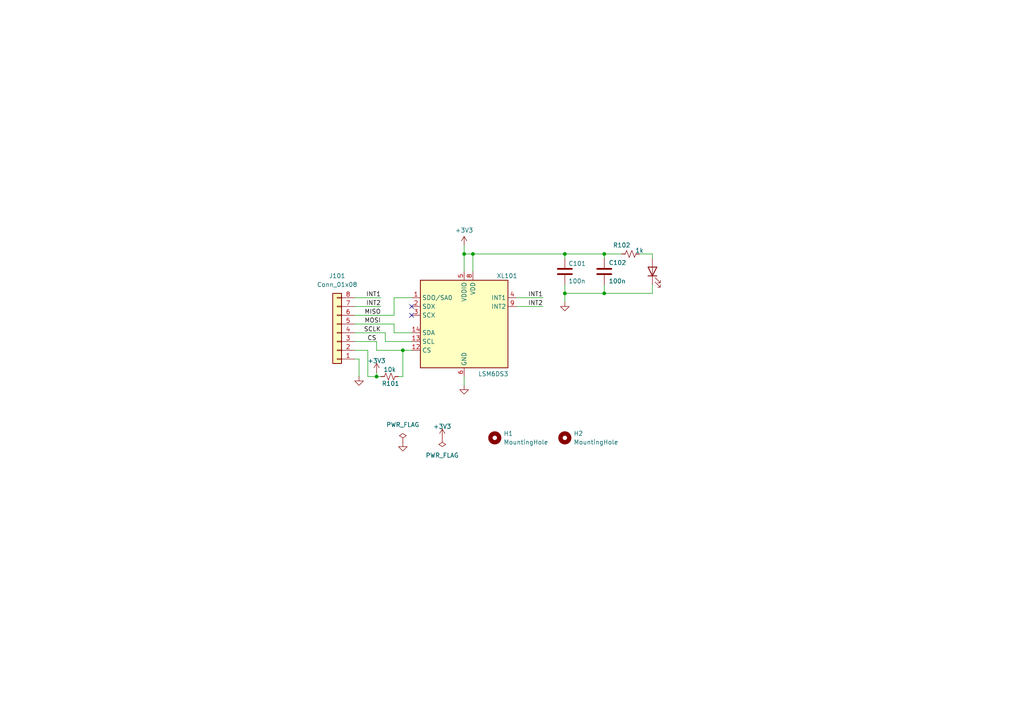
<source format=kicad_sch>
(kicad_sch (version 20231120) (generator "eeschema") (generator_version "8.0")
  (paper "A4")
  (lib_symbols
    (symbol "Connector_Generic:Conn_01x08" (pin_names (offset 1.016) hide)
      (property "Reference" "J" (at 0 10.16 0))
      (property "Value" "Conn_01x08" (at 0 -12.7 0))
      (symbol "Conn_01x08_1_1"
        (rectangle (start -1.27 -10.033) (end 0 -10.287) (stroke (width 0.1524)))
        (rectangle (start -1.27 -7.493) (end 0 -7.747) (stroke (width 0.1524)))
        (rectangle (start -1.27 -4.953) (end 0 -5.207) (stroke (width 0.1524)))
        (rectangle (start -1.27 -2.413) (end 0 -2.667) (stroke (width 0.1524)))
        (rectangle (start -1.27 0.127) (end 0 -0.127) (stroke (width 0.1524)))
        (rectangle (start -1.27 2.667) (end 0 2.413) (stroke (width 0.1524)))
        (rectangle (start -1.27 5.207) (end 0 4.953) (stroke (width 0.1524)))
        (rectangle (start -1.27 7.747) (end 0 7.493) (stroke (width 0.1524)))
        (rectangle (start -1.27 8.89) (end 1.27 -11.43) (stroke (width 0.254)) (fill (type background)))
        (pin passive line (at -5.08 7.62 0) (length 3.81) (name "Pin_1") (number "1"))
        (pin passive line (at -5.08 5.08 0) (length 3.81) (name "Pin_2") (number "2"))
        (pin passive line (at -5.08 2.54 0) (length 3.81) (name "Pin_3") (number "3"))
        (pin passive line (at -5.08 0 0) (length 3.81) (name "Pin_4") (number "4"))
        (pin passive line (at -5.08 -2.54 0) (length 3.81) (name "Pin_5") (number "5"))
        (pin passive line (at -5.08 -5.08 0) (length 3.81) (name "Pin_6") (number "6"))
        (pin passive line (at -5.08 -7.62 0) (length 3.81) (name "Pin_7") (number "7"))
        (pin passive line (at -5.08 -10.16 0) (length 3.81) (name "Pin_8") (number "8"))
      )
    )
    (symbol "Device:C" (pin_numbers hide) (pin_names (offset 0.254))
      (property "Reference" "C" (at 0.635 2.54 0))
      (property "Value" "C" (at 0.635 -2.54 0))
      (symbol "C_0_1"
        (polyline (pts (xy -2.032 -0.762) (xy 2.032 -0.762)) (stroke (width 0.508)))
        (polyline (pts (xy -2.032 0.762) (xy 2.032 0.762)) (stroke (width 0.508)))
      )
      (symbol "C_1_1"
        (pin passive line (at 0 3.81 270) (length 2.794) (name "~") (number "1"))
        (pin passive line (at 0 -3.81 90) (length 2.794) (name "~") (number "2"))
      )
    )
    (symbol "Device:LED" (pin_numbers hide) (pin_names (offset 1.016) hide)
      (property "Reference" "D" (at 0 2.54 0))
      (property "Value" "LED" (at 0 -2.54 0))
      (symbol "LED_0_1"
        (polyline (pts (xy -1.27 -1.27) (xy -1.27 1.27)) (stroke (width 0.254)))
        (polyline (pts (xy -1.27 0) (xy 1.27 0)))
        (polyline (pts (xy 1.27 -1.27) (xy 1.27 1.27) (xy -1.27 0) (xy 1.27 -1.27)) (stroke (width 0.254)))
        (polyline (pts (xy -3.048 -0.762) (xy -4.572 -2.286) (xy -3.81 -2.286) (xy -4.572 -2.286) (xy -4.572 -1.524)))
        (polyline (pts (xy -1.778 -0.762) (xy -3.302 -2.286) (xy -2.54 -2.286) (xy -3.302 -2.286) (xy -3.302 -1.524)))
      )
      (symbol "LED_1_1"
        (pin passive line (at -3.81 0 0) (length 2.54) (name "K") (number "1"))
        (pin passive line (at 3.81 0 180) (length 2.54) (name "A") (number "2"))
      )
    )
    (symbol "Device:R_Small_US" (pin_numbers hide) (pin_names (offset 0.254) hide)
      (property "Reference" "R" (at 0.762 0.508 0))
      (property "Value" "R_Small_US" (at 0.762 -1.016 0))
      (symbol "R_Small_US_1_1"
        (polyline (pts (xy 0 0) (xy 1.016 -0.381) (xy 0 -0.762) (xy -1.016 -1.143) (xy 0 -1.524)))
        (polyline (pts (xy 0 1.524) (xy 1.016 1.143) (xy 0 0.762) (xy -1.016 0.381) (xy 0 0)))
        (pin passive line (at 0 2.54 270) (length 1.016) (name "~") (number "1"))
        (pin passive line (at 0 -2.54 90) (length 1.016) (name "~") (number "2"))
      )
    )
    (symbol "Mechanical:MountingHole" (pin_names (offset 1.016)) (exclude_from_sim yes) (in_bom no)
      (property "Reference" "H" (at 0 5.08 0))
      (property "Value" "MountingHole" (at 0 3.175 0))
      (symbol "MountingHole_0_1"
        (circle (center 0 0) (radius 1.27) (stroke (width 1.27)))
      )
    )
    (symbol "Sensor_Motion:LSM6DS3"
      (property "Reference" "U" (at -11.43 15.24 0))
      (property "Value" "LSM6DS3" (at -11.43 12.7 0))
      (symbol "LSM6DS3_0_1"
        (rectangle (start -12.7 12.7) (end 12.7 -12.7) (stroke (width 0.254)) (fill (type background)))
      )
      (symbol "LSM6DS3_1_1"
        (pin bidirectional line (at -15.24 7.62 0) (length 2.54) (name "SDO/SA0") (number "1"))
        (pin no_connect line (at 12.7 -5.08 180) (length 3.81) hide (name "NC") (number "10"))
        (pin no_connect line (at 12.7 -2.54 180) (length 3.81) hide (name "NC") (number "11"))
        (pin input line (at -15.24 -7.62 0) (length 2.54) (name "CS") (number "12"))
        (pin input line (at -15.24 -5.08 0) (length 2.54) (name "SCL") (number "13"))
        (pin bidirectional line (at -15.24 -2.54 0) (length 2.54) (name "SDA") (number "14"))
        (pin bidirectional line (at -15.24 5.08 0) (length 2.54) (name "SDX") (number "2"))
        (pin input line (at -15.24 2.54 0) (length 2.54) (name "SCX") (number "3"))
        (pin output line (at 15.24 7.62 180) (length 2.54) (name "INT1") (number "4"))
        (pin power_in line (at 0 15.24 270) (length 2.54) (name "VDDIO") (number "5"))
        (pin power_in line (at 0 -15.24 90) (length 2.54) (name "GND") (number "6"))
        (pin passive line (at 0 -15.24 90) (length 2.54) hide (name "GND") (number "7"))
        (pin power_in line (at 2.54 15.24 270) (length 2.54) (name "VDD") (number "8"))
        (pin output line (at 15.24 5.08 180) (length 2.54) (name "INT2") (number "9"))
      )
    )
    (symbol "power:+3V3" (power) (pin_numbers hide) (pin_names (offset 0) hide)
      (property "Value" "+3V3" (at 0 3.556 0))
      (symbol "+3V3_0_1"
        (polyline (pts (xy -0.762 1.27) (xy 0 2.54)))
        (polyline (pts (xy 0 0) (xy 0 2.54)))
        (polyline (pts (xy 0 2.54) (xy 0.762 1.27)))
      )
      (symbol "+3V3_1_1"
        (pin power_in line (at 0 0 90) (length 0) (name "~") (number "1"))
      )
    )
    (symbol "power:GND" (power) (pin_numbers hide) (pin_names (offset 0) hide)
      (property "Value" "GND" (at 0 -3.81 0))
      (symbol "GND_0_1"
        (polyline (pts (xy 0 0) (xy 0 -1.27) (xy 1.27 -1.27) (xy 0 -2.54) (xy -1.27 -1.27) (xy 0 -1.27)))
      )
      (symbol "GND_1_1"
        (pin power_in line (at 0 0 270) (length 0) (name "~") (number "1"))
      )
    )
    (symbol "power:PWR_FLAG" (power) (pin_numbers hide) (pin_names (offset 0) hide)
      (property "Value" "PWR_FLAG" (at 0 3.81 0))
      (symbol "PWR_FLAG_0_0"
        (pin power_out line (at 0 0 90) (length 0) (name "~") (number "1"))
      )
      (symbol "PWR_FLAG_0_1"
        (polyline (pts (xy 0 0) (xy 0 1.27) (xy -1.016 1.905) (xy 0 2.54) (xy 1.016 1.905) (xy 0 1.27)))
      )
    )
  )
  (junction (at 116.84 101.6))
  (junction (at 134.62 73.66))
  (junction (at 109.22 109.22))
  (junction (at 175.26 73.66))
  (junction (at 175.26 85.09))
  (junction (at 137.16 73.66))
  (junction (at 163.83 85.09))
  (junction (at 163.83 73.66))
  (no_connect (at 119.38 88.9))
  (no_connect (at 119.38 91.44))
  (wire (pts (xy 110.49 109.22) (xy 109.22 109.22)))
  (wire (pts (xy 116.84 109.22) (xy 116.84 101.6)))
  (wire (pts (xy 109.22 99.06) (xy 102.87 99.06)))
  (wire (pts (xy 137.16 73.66) (xy 137.16 78.74)))
  (wire (pts (xy 109.22 107.95) (xy 109.22 109.22)))
  (wire (pts (xy 102.87 93.98) (xy 114.3 93.98)))
  (wire (pts (xy 109.22 101.6) (xy 116.84 101.6)))
  (wire (pts (xy 175.26 82.55) (xy 175.26 85.09)))
  (wire (pts (xy 106.68 101.6) (xy 102.87 101.6)))
  (wire (pts (xy 134.62 73.66) (xy 134.62 78.74)))
  (wire (pts (xy 137.16 73.66) (xy 163.83 73.66)))
  (wire (pts (xy 163.83 87.63) (xy 163.83 85.09)))
  (wire (pts (xy 163.83 74.93) (xy 163.83 73.66)))
  (wire (pts (xy 104.14 104.14) (xy 104.14 109.22)))
  (wire (pts (xy 114.3 96.52) (xy 114.3 93.98)))
  (wire (pts (xy 149.86 86.36) (xy 157.48 86.36)))
  (wire (pts (xy 102.87 88.9) (xy 110.49 88.9)))
  (wire (pts (xy 175.26 74.93) (xy 175.26 73.66)))
  (wire (pts (xy 175.26 85.09) (xy 189.23 85.09)))
  (wire (pts (xy 114.3 86.36) (xy 114.3 91.44)))
  (wire (pts (xy 111.76 99.06) (xy 111.76 96.52)))
  (wire (pts (xy 163.83 85.09) (xy 175.26 85.09)))
  (wire (pts (xy 185.42 73.66) (xy 189.23 73.66)))
  (wire (pts (xy 102.87 104.14) (xy 104.14 104.14)))
  (wire (pts (xy 134.62 73.66) (xy 137.16 73.66)))
  (wire (pts (xy 102.87 91.44) (xy 114.3 91.44)))
  (wire (pts (xy 119.38 99.06) (xy 111.76 99.06)))
  (wire (pts (xy 189.23 82.55) (xy 189.23 85.09)))
  (wire (pts (xy 163.83 73.66) (xy 175.26 73.66)))
  (wire (pts (xy 116.84 101.6) (xy 119.38 101.6)))
  (wire (pts (xy 119.38 96.52) (xy 114.3 96.52)))
  (wire (pts (xy 134.62 71.12) (xy 134.62 73.66)))
  (wire (pts (xy 109.22 109.22) (xy 106.68 109.22)))
  (wire (pts (xy 163.83 82.55) (xy 163.83 85.09)))
  (wire (pts (xy 189.23 73.66) (xy 189.23 74.93)))
  (wire (pts (xy 115.57 109.22) (xy 116.84 109.22)))
  (wire (pts (xy 106.68 101.6) (xy 106.68 109.22)))
  (wire (pts (xy 119.38 86.36) (xy 114.3 86.36)))
  (wire (pts (xy 175.26 73.66) (xy 180.34 73.66)))
  (wire (pts (xy 134.62 109.22) (xy 134.62 111.76)))
  (wire (pts (xy 109.22 101.6) (xy 109.22 99.06)))
  (wire (pts (xy 149.86 88.9) (xy 157.48 88.9)))
  (wire (pts (xy 102.87 86.36) (xy 110.49 86.36)))
  (wire (pts (xy 102.87 96.52) (xy 111.76 96.52)))
  (label "INT2" (at 157.48 88.9 180))
  (label "SCLK" (at 110.49 96.52 180))
  (label "CS" (at 109.22 99.06 180))
  (label "INT1" (at 110.49 86.36 180))
  (label "MOSI" (at 110.49 93.98 180))
  (label "INT2" (at 110.49 88.9 180))
  (label "MISO" (at 110.49 91.44 180))
  (label "INT1" (at 157.48 86.36 180))
  (symbol (lib_id "power:+3V3") (at 109.22 107.95 0) (unit 1)
    (property "Reference" "#PWR0102" (effects (hide yes)))
    (property "Value" "+3V3" (at 109.22 104.648 0))
    (property "Description" "Power symbol creates a global label with name \"+3V3\"" (effects (hide yes)))
  )
  (symbol (lib_id "Sensor_Motion:LSM6DS3") (at 134.62 93.98 0) (unit 1)
    (property "Reference" "XL101" (at 144.018 80.01 0) (effects (justify left)))
    (property "Value" "LSM6DS3" (at 138.684 108.458 0) (effects (justify left)))
    (property "Footprint" "Package_LGA:LGA-14_3x2.5mm_P0.5mm_LayoutBorder3x4y" (effects (hide yes)))
    (property "Datasheet" "https://www.st.com/resource/en/datasheet/lsm6ds3tr-c.pdf" (effects (hide yes)))
    (property "Description" "I2C/SPI, iNEMO inertial module: always-on 3D accelerometer and 3D gyroscope" (effects (hide yes)))
    (property "LCSC" "C967633" (effects (hide yes)))
  )
  (symbol (lib_id "Device:R_Small_US") (at 113.03 109.22 270) (unit 1)
    (property "Reference" "R101" (at 113.284 111.252 90))
    (property "Value" "10k" (at 113.03 107.188 90))
    (property "Footprint" "Resistor_SMD:R_0402_1005Metric" (effects (hide yes)))
    (property "Datasheet" "https://wmsc.lcsc.com/wmsc/upload/file/pdf/v2/lcsc/2206010100_UNI-ROYAL-Uniroyal-Elec-0402WGF1002TCE_C25744.pdf" (effects (hide yes)))
    (property "Description" "Resistor, small US symbol" (effects (hide yes)))
    (property "LCSC" "C25744" (effects (hide yes)))
  )
  (symbol (lib_id "Device:LED") (at 189.23 78.74 90) (unit 1)
    (property "Reference" "D101" (effects (hide yes)))
    (property "Value" "LED" (effects (hide yes)))
    (property "Footprint" "LED_SMD:LED_0603_1608Metric" (effects (hide yes)))
    (property "Description" "Light emitting diode" (effects (hide yes)))
    (property "LCSC" "C965805" (effects (hide yes)))
  )
  (symbol (lib_id "Connector_Generic:Conn_01x08") (at 97.79 96.52 180) (unit 1)
    (property "Reference" "J101" (at 97.79 80.01 0))
    (property "Value" "Conn_01x08" (at 97.79 82.55 0))
    (property "Footprint" "Connector_JST:JST_SH_SM08B-SRSS-TB_1x08-1MP_P1.00mm_Horizontal" (effects (hide yes)))
    (property "Description" "Generic connector, single row, 01x08, script generated (kicad-library-utils/schlib/autogen/connector/)" (effects (hide yes)))
    (property "LCSC" "C160407" (effects (hide yes)))
  )
  (symbol (lib_id "Device:C") (at 163.83 78.74 0) (unit 1)
    (property "Reference" "C101" (at 164.846 76.454 0) (effects (justify left)))
    (property "Value" "100n" (at 164.846 81.534 0) (effects (justify left)))
    (property "Footprint" "Capacitor_SMD:C_0402_1005Metric" (effects (hide yes)))
    (property "Datasheet" "https://wmsc.lcsc.com/wmsc/upload/file/pdf/v2/lcsc/2304140030_Samsung-Electro-Mechanics-CL05B104KB54PNC_C307331.pdf" (effects (hide yes)))
    (property "Description" "Unpolarized capacitor" (effects (hide yes)))
    (property "LCSC" "C307331" (effects (hide yes)))
  )
  (symbol (lib_id "power:GND") (at 104.14 109.22 0) (unit 1)
    (property "Reference" "#PWR0101" (effects (hide yes)))
    (property "Value" "GND" (effects (hide yes)))
    (property "Description" "Power symbol creates a global label with name \"GND\" , ground" (effects (hide yes)))
  )
  (symbol (lib_id "Device:C") (at 175.26 78.74 0) (unit 1)
    (property "Reference" "C102" (at 176.53 76.2 0) (effects (justify left)))
    (property "Value" "100n" (at 176.53 81.534 0) (effects (justify left)))
    (property "Footprint" "Capacitor_SMD:C_0402_1005Metric" (effects (hide yes)))
    (property "Datasheet" "https://wmsc.lcsc.com/wmsc/upload/file/pdf/v2/lcsc/2304140030_Samsung-Electro-Mechanics-CL05B104KB54PNC_C307331.pdf" (effects (hide yes)))
    (property "Description" "Unpolarized capacitor" (effects (hide yes)))
    (property "LCSC" "C307331" (effects (hide yes)))
  )
  (symbol (lib_id "Device:R_Small_US") (at 182.88 73.66 90) (unit 1)
    (property "Reference" "R102" (at 182.88 71.12 90) (effects (justify left)))
    (property "Value" "1k" (at 186.69 72.644 90) (effects (justify left)))
    (property "Footprint" "Resistor_SMD:R_0402_1005Metric" (effects (hide yes)))
    (property "Description" "Resistor, small US symbol" (effects (hide yes)))
    (property "LCSC" "C11702" (effects (hide yes)))
  )
  (symbol (lib_id "power:GND") (at 116.84 128.27 0) (unit 1)
    (property "Reference" "#PWR0103" (effects (hide yes)))
    (property "Value" "GND" (effects (hide yes)))
    (property "Description" "Power symbol creates a global label with name \"GND\" , ground" (effects (hide yes)))
  )
  (symbol (lib_id "Mechanical:MountingHole") (at 143.51 127 0) (unit 1) (exclude_from_sim yes) (in_bom no)
    (property "Reference" "H1" (at 146.05 125.7299 0) (effects (justify left)))
    (property "Value" "MountingHole" (at 146.05 128.2699 0) (effects (justify left)))
    (property "Footprint" "VibeCheck_Daughterboard:M3_MountingHole_WithWasher" (effects (hide yes)))
    (property "Description" "Mounting Hole without connection" (effects (hide yes)))
  )
  (symbol (lib_id "power:PWR_FLAG") (at 128.27 127 180) (unit 1)
    (property "Reference" "#FLG0102" (effects (hide yes)))
    (property "Value" "PWR_FLAG" (at 128.27 132.08 0))
    (property "Description" "Special symbol for telling ERC where power comes from" (effects (hide yes)))
  )
  (symbol (lib_id "power:GND") (at 163.83 87.63 0) (unit 1)
    (property "Reference" "#PWR0107" (effects (hide yes)))
    (property "Value" "GND" (effects (hide yes)))
    (property "Description" "Power symbol creates a global label with name \"GND\" , ground" (effects (hide yes)))
  )
  (symbol (lib_id "power:GND") (at 134.62 111.76 0) (unit 1)
    (property "Reference" "#PWR0106" (effects (hide yes)))
    (property "Value" "GND" (effects (hide yes)))
    (property "Description" "Power symbol creates a global label with name \"GND\" , ground" (effects (hide yes)))
  )
  (symbol (lib_id "power:PWR_FLAG") (at 116.84 128.27 0) (unit 1)
    (property "Reference" "#FLG0101" (effects (hide yes)))
    (property "Value" "PWR_FLAG" (at 116.84 123.19 0))
    (property "Description" "Special symbol for telling ERC where power comes from" (effects (hide yes)))
  )
  (symbol (lib_id "power:+3V3") (at 134.62 71.12 0) (unit 1)
    (property "Reference" "#PWR0105" (effects (hide yes)))
    (property "Value" "+3V3" (at 134.62 66.802 0))
    (property "Description" "Power symbol creates a global label with name \"+3V3\"" (effects (hide yes)))
  )
  (symbol (lib_id "power:+3V3") (at 128.27 127 0) (unit 1)
    (property "Reference" "#PWR0104" (effects (hide yes)))
    (property "Value" "+3V3" (at 128.27 123.698 0))
    (property "Description" "Power symbol creates a global label with name \"+3V3\"" (effects (hide yes)))
  )
  (symbol (lib_id "Mechanical:MountingHole") (at 163.83 127 0) (unit 1) (exclude_from_sim yes) (in_bom no)
    (property "Reference" "H2" (at 166.37 125.7299 0) (effects (justify left)))
    (property "Value" "MountingHole" (at 166.37 128.2699 0) (effects (justify left)))
    (property "Footprint" "VibeCheck_Daughterboard:M3_MountingHole_WithWasher" (effects (hide yes)))
    (property "Description" "Mounting Hole without connection" (effects (hide yes)))
  )
)
</source>
